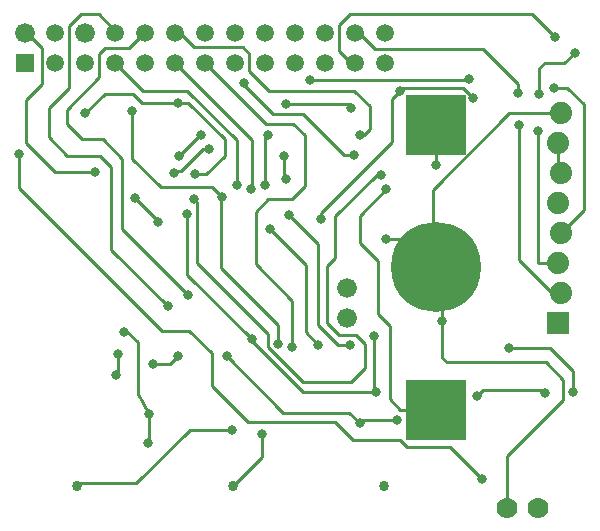
<source format=gbr>
G04 #@! TF.FileFunction,Copper,L2,Bot,Signal*
%FSLAX46Y46*%
G04 Gerber Fmt 4.6, Leading zero omitted, Abs format (unit mm)*
G04 Created by KiCad (PCBNEW 4.0.0-rc2-stable) date 5/23/2016 2:13:21 PM*
%MOMM*%
G01*
G04 APERTURE LIST*
%ADD10C,0.100000*%
%ADD11C,1.676400*%
%ADD12C,0.863600*%
%ADD13C,1.778000*%
%ADD14R,1.879600X1.879600*%
%ADD15C,1.879600*%
%ADD16R,1.508000X1.508000*%
%ADD17C,1.508000*%
%ADD18R,5.080000X5.080000*%
%ADD19C,7.620000*%
%ADD20C,0.804800*%
%ADD21C,0.254000*%
G04 APERTURE END LIST*
D10*
D11*
X152761100Y-106373600D03*
X152761100Y-103833600D03*
D12*
X155871100Y-120605600D03*
X143121100Y-120605600D03*
X129901100Y-120605600D03*
D13*
X168901100Y-122463600D03*
X166301100Y-122463600D03*
D14*
X170584100Y-106843600D03*
D15*
X170838100Y-104303600D03*
X170584100Y-101763600D03*
X170838100Y-99223600D03*
X170584100Y-96683600D03*
X170838100Y-94143600D03*
X170584100Y-91603600D03*
X170838100Y-89063600D03*
D16*
X125501100Y-84783600D03*
D11*
X125501100Y-82243600D03*
D17*
X128041100Y-84783600D03*
X128041100Y-82243600D03*
X130581100Y-84783600D03*
D11*
X130581100Y-82243600D03*
D17*
X133121100Y-84783600D03*
X133121100Y-82243600D03*
X135661100Y-84783600D03*
X135661100Y-82243600D03*
X138201100Y-84783600D03*
X138201100Y-82243600D03*
X140741100Y-84783600D03*
X140741100Y-82243600D03*
X143281100Y-84783600D03*
X143281100Y-82243600D03*
X145821100Y-84783600D03*
X145821100Y-82243600D03*
X148361100Y-84783600D03*
X148361100Y-82243600D03*
X150901100Y-84783600D03*
X150901100Y-82243600D03*
X153441100Y-84783600D03*
X153441100Y-82243600D03*
X155981100Y-84783600D03*
X155981100Y-82243600D03*
D18*
X160271100Y-114138600D03*
X160271100Y-90008600D03*
D19*
X160271100Y-102073600D03*
D20*
X138561100Y-92653600D03*
X140421100Y-90933600D03*
X156021100Y-99733600D03*
X160831100Y-106653600D03*
X147401100Y-92713600D03*
X147601100Y-94633600D03*
X145811100Y-95123600D03*
X146051100Y-90933600D03*
X139231100Y-97573600D03*
X144711100Y-108193600D03*
X155221100Y-112633600D03*
X155031100Y-107933600D03*
X134561100Y-88833600D03*
X142171100Y-96173600D03*
X146941100Y-108563600D03*
X136711100Y-98283600D03*
X134791100Y-96223600D03*
X147571100Y-88263600D03*
X153111100Y-88573600D03*
X157231100Y-87183600D03*
X163381100Y-87733600D03*
X142551100Y-109643600D03*
X153831100Y-115303600D03*
X169521100Y-112713600D03*
X157021100Y-115003600D03*
X141101100Y-92073600D03*
X138121100Y-94093600D03*
X150571100Y-97993600D03*
X163791100Y-112953600D03*
X166461100Y-108963600D03*
X171851100Y-112643600D03*
X160261100Y-93453600D03*
X156081100Y-95503600D03*
X131421100Y-93993600D03*
X148131100Y-108873600D03*
X143031100Y-115853600D03*
X145541100Y-116213600D03*
X149611100Y-86203600D03*
X163071100Y-86133600D03*
X170271100Y-86883600D03*
X170361100Y-82583600D03*
X137571100Y-105393600D03*
X139301100Y-104463600D03*
X133381100Y-109423600D03*
X133201100Y-111253600D03*
X133881100Y-107533600D03*
X135901100Y-116933600D03*
X135981100Y-114553600D03*
X136321100Y-110253600D03*
X138411100Y-109583600D03*
X153851100Y-90913600D03*
X144061100Y-86473600D03*
X153331100Y-92613600D03*
X143401100Y-95103600D03*
X146221100Y-98873600D03*
X150271100Y-108633600D03*
X138481100Y-88153600D03*
X130601100Y-89073600D03*
X155591100Y-94243600D03*
X139811100Y-96303600D03*
X139841100Y-94213600D03*
X124981100Y-92533600D03*
X164151100Y-120023600D03*
X167221100Y-87343600D03*
X167331100Y-90083600D03*
X172021100Y-83953600D03*
X169031100Y-87463600D03*
X168951100Y-90573600D03*
X144591100Y-95503600D03*
X147871100Y-97663600D03*
X153021100Y-108703600D03*
D21*
X138561100Y-92653600D02*
X140281100Y-90933600D01*
X140281100Y-90933600D02*
X140421100Y-90933600D01*
X160271100Y-102073600D02*
X159711100Y-101513600D01*
X159711100Y-101513600D02*
X157931100Y-99733600D01*
X157931100Y-99733600D02*
X156021100Y-99733600D01*
X160831100Y-106653600D02*
X160831100Y-102633600D01*
X160831100Y-102633600D02*
X160271100Y-102073600D01*
X147401100Y-92713600D02*
X147401100Y-94433600D01*
X147401100Y-94433600D02*
X147601100Y-94633600D01*
X170838100Y-89063600D02*
X166471100Y-89063600D01*
X166471100Y-89063600D02*
X160011100Y-95523600D01*
X160011100Y-95523600D02*
X160011100Y-101213600D01*
X160011100Y-101213600D02*
X159711100Y-101513600D01*
X160831100Y-106653600D02*
X160831100Y-109743600D01*
X160831100Y-109743600D02*
X161241100Y-110153600D01*
X161241100Y-110153600D02*
X169571100Y-110153600D01*
X169571100Y-110153600D02*
X171031100Y-111613600D01*
X171031100Y-111613600D02*
X171031100Y-113333600D01*
X171031100Y-113333600D02*
X166301100Y-118063600D01*
X166301100Y-118063600D02*
X166301100Y-122463600D01*
X145811100Y-95123600D02*
X145811100Y-91173600D01*
X145811100Y-91173600D02*
X146051100Y-90933600D01*
X139231100Y-97573600D02*
X139231100Y-102713600D01*
X155221100Y-112633600D02*
X149041100Y-112633600D01*
X149041100Y-112633600D02*
X144711100Y-108303600D01*
X155031100Y-107933600D02*
X155031100Y-112443600D01*
X155031100Y-112443600D02*
X155221100Y-112633600D01*
X144711100Y-108303600D02*
X144711100Y-108193600D01*
X139231100Y-102713600D02*
X144711100Y-108193600D01*
X134561100Y-88833600D02*
X134561100Y-92903600D01*
X141971100Y-95973600D02*
X142171100Y-96173600D01*
X146941100Y-108563600D02*
X146941100Y-106943600D01*
X146941100Y-106943600D02*
X142121100Y-102123600D01*
X142121100Y-102123600D02*
X142121100Y-96223600D01*
X142121100Y-96223600D02*
X142171100Y-96173600D01*
X134561100Y-92903600D02*
X136961100Y-95303600D01*
X136961100Y-95303600D02*
X141301100Y-95303600D01*
X141301100Y-95303600D02*
X142171100Y-96173600D01*
X136711100Y-98283600D02*
X136711100Y-98143600D01*
X136711100Y-98143600D02*
X134791100Y-96223600D01*
X147571100Y-88263600D02*
X152801100Y-88263600D01*
X152801100Y-88263600D02*
X153111100Y-88573600D01*
X157461100Y-86953600D02*
X162601100Y-86953600D01*
X162601100Y-86953600D02*
X163381100Y-87733600D01*
X170584100Y-91603600D02*
X170584100Y-93889600D01*
X170584100Y-93889600D02*
X170838100Y-94143600D01*
X141101100Y-92073600D02*
X140561100Y-92073600D01*
X150571100Y-97463600D02*
X156571100Y-91463600D01*
X156571100Y-91463600D02*
X156571100Y-87843600D01*
X156571100Y-87843600D02*
X157231100Y-87183600D01*
X163791100Y-112953600D02*
X164041100Y-112703600D01*
X164231100Y-112513600D02*
X163791100Y-112953600D01*
X166461100Y-108963600D02*
X169931100Y-108963600D01*
X164231100Y-112513600D02*
X169321100Y-112513600D01*
X169321100Y-112513600D02*
X169521100Y-112713600D01*
X169931100Y-108963600D02*
X171851100Y-110883600D01*
X171851100Y-110883600D02*
X171851100Y-112643600D01*
X157021100Y-115003600D02*
X154131100Y-115003600D01*
X154131100Y-115003600D02*
X153831100Y-115303600D01*
X152931100Y-114403600D02*
X153831100Y-115303600D01*
X152931100Y-114403600D02*
X147311100Y-114403600D01*
X147311100Y-114403600D02*
X142551100Y-109643600D01*
X150571100Y-97463600D02*
X150571100Y-97993600D01*
X140561100Y-92073600D02*
X138681100Y-93953600D01*
X138681100Y-93953600D02*
X138261100Y-93953600D01*
X138261100Y-93953600D02*
X138121100Y-94093600D01*
X157461100Y-86953600D02*
X157231100Y-87183600D01*
X160261100Y-93453600D02*
X160261100Y-90018600D01*
X160261100Y-90018600D02*
X160271100Y-90008600D01*
X160271100Y-114138600D02*
X157266100Y-114138600D01*
X157266100Y-114138600D02*
X156391100Y-113263600D01*
X156391100Y-113263600D02*
X156391100Y-107033600D01*
X155371100Y-101593600D02*
X153831100Y-100053600D01*
X153831100Y-100053600D02*
X153831100Y-97753600D01*
X153831100Y-97753600D02*
X156081100Y-95503600D01*
X155371100Y-101593600D02*
X155371100Y-106013600D01*
X155371100Y-106013600D02*
X156391100Y-107033600D01*
X131421100Y-93993600D02*
X128011100Y-93993600D01*
X125501100Y-82243600D02*
X125661100Y-82243600D01*
X125661100Y-82243600D02*
X126931100Y-83513600D01*
X126931100Y-83513600D02*
X126931100Y-86573600D01*
X126931100Y-86573600D02*
X125551100Y-87953600D01*
X125551100Y-87953600D02*
X125551100Y-91533600D01*
X125551100Y-91533600D02*
X128011100Y-93993600D01*
X148131100Y-108873600D02*
X148131100Y-104933600D01*
X148131100Y-104933600D02*
X145021100Y-101823600D01*
X145021100Y-101823600D02*
X145021100Y-97393600D01*
X145021100Y-97393600D02*
X146091100Y-96323600D01*
X146091100Y-96323600D02*
X148101100Y-96323600D01*
X148101100Y-96323600D02*
X149201100Y-95223600D01*
X149201100Y-95223600D02*
X149201100Y-90913600D01*
X145901100Y-89943600D02*
X140741100Y-84783600D01*
X145901100Y-89943600D02*
X148181100Y-89943600D01*
X148181100Y-89943600D02*
X149151100Y-90913600D01*
X149151100Y-90913600D02*
X149201100Y-90913600D01*
X143031100Y-115853600D02*
X139421100Y-115853600D01*
X139421100Y-115853600D02*
X134921100Y-120353600D01*
X134921100Y-120353600D02*
X130153100Y-120353600D01*
X130153100Y-120353600D02*
X129901100Y-120605600D01*
X145541100Y-116213600D02*
X145541100Y-118185600D01*
X145541100Y-118185600D02*
X143121100Y-120605600D01*
X149611100Y-86203600D02*
X163001100Y-86203600D01*
X163001100Y-86203600D02*
X163071100Y-86133600D01*
X170271100Y-86883600D02*
X171401100Y-86883600D01*
X171401100Y-86883600D02*
X172821100Y-88303600D01*
X172821100Y-88303600D02*
X172821100Y-97240600D01*
X172821100Y-97240600D02*
X170838100Y-99223600D01*
X153441100Y-84783600D02*
X153081100Y-84783600D01*
X153081100Y-84783600D02*
X152061100Y-83763600D01*
X152061100Y-83763600D02*
X152061100Y-81623600D01*
X152061100Y-81623600D02*
X153021100Y-80663600D01*
X153021100Y-80663600D02*
X168441100Y-80663600D01*
X168441100Y-80663600D02*
X170361100Y-82583600D01*
X133121100Y-82243600D02*
X133121100Y-82073600D01*
X133121100Y-82073600D02*
X131711100Y-80663600D01*
X131711100Y-80663600D02*
X130211100Y-80663600D01*
X130211100Y-80663600D02*
X129181100Y-81693600D01*
X129181100Y-81693600D02*
X129181100Y-86923600D01*
X129181100Y-86923600D02*
X127481100Y-88623600D01*
X127481100Y-88623600D02*
X127481100Y-91033600D01*
X127481100Y-91033600D02*
X129081100Y-92633600D01*
X129081100Y-92633600D02*
X131841100Y-92633600D01*
X131841100Y-92633600D02*
X132771100Y-93563600D01*
X132771100Y-93563600D02*
X132771100Y-100593600D01*
X132771100Y-100593600D02*
X137571100Y-105393600D01*
X135661100Y-82243600D02*
X135571100Y-82243600D01*
X135571100Y-82243600D02*
X134271100Y-83543600D01*
X134271100Y-83543600D02*
X132251100Y-83543600D01*
X132251100Y-83543600D02*
X131781100Y-84013600D01*
X131781100Y-84013600D02*
X131781100Y-85993600D01*
X131781100Y-85993600D02*
X129031100Y-88743600D01*
X129031100Y-88743600D02*
X129031100Y-89933600D01*
X129031100Y-89933600D02*
X130331100Y-91233600D01*
X130331100Y-91233600D02*
X132051100Y-91233600D01*
X132051100Y-91233600D02*
X133711100Y-92893600D01*
X133711100Y-92893600D02*
X133711100Y-98873600D01*
X133711100Y-98873600D02*
X139301100Y-104463600D01*
X133381100Y-109423600D02*
X133381100Y-111073600D01*
X133381100Y-111073600D02*
X133201100Y-111253600D01*
X135981100Y-114553600D02*
X135981100Y-116853600D01*
X135981100Y-116853600D02*
X135901100Y-116933600D01*
X133881100Y-107533600D02*
X134151100Y-107533600D01*
X134151100Y-107533600D02*
X135031100Y-108413600D01*
X135031100Y-108413600D02*
X135031100Y-112863600D01*
X135031100Y-112863600D02*
X135981100Y-114553600D01*
X136321100Y-110253600D02*
X137741100Y-110253600D01*
X137741100Y-110253600D02*
X138411100Y-109583600D01*
X138201100Y-82243600D02*
X138591100Y-82243600D01*
X138591100Y-82243600D02*
X139821100Y-83473600D01*
X139821100Y-83473600D02*
X143941100Y-83473600D01*
X143941100Y-83473600D02*
X144481100Y-84013600D01*
X144481100Y-84013600D02*
X144481100Y-85453600D01*
X144481100Y-85453600D02*
X146161100Y-87133600D01*
X146161100Y-87133600D02*
X153371100Y-87133600D01*
X153371100Y-87133600D02*
X154711100Y-88473600D01*
X154711100Y-88473600D02*
X154711100Y-90403600D01*
X154711100Y-90403600D02*
X154201100Y-90913600D01*
X154201100Y-90913600D02*
X153851100Y-90913600D01*
X144061100Y-86473600D02*
X144061100Y-86703600D01*
X144061100Y-86703600D02*
X146501100Y-89143600D01*
X146501100Y-89143600D02*
X148991100Y-89143600D01*
X148991100Y-89143600D02*
X152461100Y-92613600D01*
X152461100Y-92613600D02*
X153331100Y-92613600D01*
X143401100Y-91293600D02*
X139241100Y-87133600D01*
X139241100Y-87133600D02*
X135471100Y-87133600D01*
X135471100Y-87133600D02*
X133121100Y-84783600D01*
X143401100Y-91293600D02*
X143401100Y-95103600D01*
X146231100Y-98883600D02*
X146221100Y-98873600D01*
X149241100Y-107603600D02*
X149241100Y-101893600D01*
X149241100Y-101893600D02*
X146221100Y-98873600D01*
X149241100Y-107603600D02*
X150271100Y-108633600D01*
X135401100Y-88153600D02*
X138481100Y-88153600D01*
X155591100Y-94243600D02*
X155281100Y-94243600D01*
X155281100Y-94243600D02*
X151751100Y-97773600D01*
X151031100Y-101993600D02*
X151031100Y-106773600D01*
X151031100Y-106773600D02*
X152091100Y-107833600D01*
X152091100Y-107833600D02*
X153541100Y-107833600D01*
X153541100Y-107833600D02*
X154271100Y-108563600D01*
X154271100Y-108563600D02*
X154271100Y-110653600D01*
X154271100Y-110653600D02*
X153121100Y-111803600D01*
X153121100Y-111803600D02*
X149031100Y-111803600D01*
X149031100Y-111803600D02*
X146091100Y-108863600D01*
X142381100Y-92653600D02*
X142381100Y-91213600D01*
X142381100Y-91213600D02*
X139321100Y-88153600D01*
X139321100Y-88153600D02*
X138481100Y-88153600D01*
X140041100Y-101093600D02*
X140041100Y-100493600D01*
X140041100Y-100493600D02*
X140041100Y-96533600D01*
X140041100Y-96533600D02*
X139811100Y-96303600D01*
X146091100Y-108863600D02*
X146091100Y-107763600D01*
X146091100Y-107763600D02*
X140071100Y-101743600D01*
X140071100Y-101743600D02*
X140071100Y-100523600D01*
X140071100Y-100523600D02*
X140041100Y-100493600D01*
X135401100Y-88153600D02*
X134641100Y-87393600D01*
X134641100Y-87393600D02*
X132281100Y-87393600D01*
X132281100Y-87393600D02*
X130601100Y-89073600D01*
X151751100Y-97773600D02*
X151751100Y-101273600D01*
X151751100Y-101273600D02*
X151031100Y-101993600D01*
X142381100Y-92653600D02*
X140811100Y-94223600D01*
X140811100Y-94223600D02*
X139851100Y-94223600D01*
X139851100Y-94223600D02*
X139841100Y-94213600D01*
X137101100Y-107473600D02*
X139411100Y-107473600D01*
X139411100Y-107473600D02*
X141301100Y-109363600D01*
X141301100Y-109363600D02*
X141301100Y-112173600D01*
X141301100Y-112173600D02*
X144351100Y-115223600D01*
X144351100Y-115223600D02*
X151741100Y-115223600D01*
X151741100Y-115223600D02*
X153251100Y-116733600D01*
X153251100Y-116733600D02*
X157241100Y-116733600D01*
X157241100Y-116733600D02*
X157861100Y-117353600D01*
X157861100Y-117353600D02*
X161481100Y-117353600D01*
X161481100Y-117353600D02*
X164151100Y-120023600D01*
X137101100Y-107473600D02*
X124981100Y-95353600D01*
X124981100Y-95353600D02*
X124981100Y-92533600D01*
X153441100Y-82243600D02*
X153781100Y-82243600D01*
X153781100Y-82243600D02*
X155161100Y-83623600D01*
X155161100Y-83623600D02*
X164301100Y-83623600D01*
X167331100Y-101503600D02*
X170241100Y-104413600D01*
X170241100Y-104413600D02*
X170728100Y-104413600D01*
X170728100Y-104413600D02*
X170838100Y-104303600D01*
X164301100Y-83623600D02*
X167221100Y-86543600D01*
X167221100Y-86543600D02*
X167221100Y-87343600D01*
X167331100Y-101503600D02*
X167331100Y-90083600D01*
X172021100Y-83953600D02*
X171151100Y-84823600D01*
X171151100Y-84823600D02*
X169471100Y-84823600D01*
X169471100Y-84823600D02*
X169031100Y-85263600D01*
X169031100Y-85263600D02*
X169031100Y-87463600D01*
X168951100Y-90573600D02*
X168951100Y-101763600D01*
X168951100Y-101763600D02*
X170584100Y-101763600D01*
X139821100Y-86443600D02*
X144681100Y-91303600D01*
X144681100Y-91303600D02*
X144681100Y-95413600D01*
X144681100Y-95413600D02*
X144591100Y-95503600D01*
X150291100Y-106993600D02*
X152001100Y-108703600D01*
X152001100Y-108703600D02*
X153021100Y-108703600D01*
X139821100Y-86443600D02*
X138201100Y-84783600D01*
X147891100Y-97643600D02*
X147871100Y-97663600D01*
X147881100Y-97673600D02*
X147871100Y-97663600D01*
X150291100Y-106993600D02*
X150291100Y-100083600D01*
X150291100Y-100083600D02*
X147871100Y-97663600D01*
M02*

</source>
